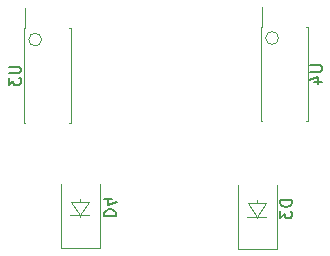
<source format=gbr>
%TF.GenerationSoftware,KiCad,Pcbnew,(5.1.7)-1*%
%TF.CreationDate,2021-02-24T18:30:15+01:00*%
%TF.ProjectId,Temperature-controller-with-ESP8266,54656d70-6572-4617-9475-72652d636f6e,rev?*%
%TF.SameCoordinates,Original*%
%TF.FileFunction,Legend,Bot*%
%TF.FilePolarity,Positive*%
%FSLAX46Y46*%
G04 Gerber Fmt 4.6, Leading zero omitted, Abs format (unit mm)*
G04 Created by KiCad (PCBNEW (5.1.7)-1) date 2021-02-24 18:30:15*
%MOMM*%
%LPD*%
G01*
G04 APERTURE LIST*
%ADD10C,0.120000*%
%ADD11C,0.150000*%
G04 APERTURE END LIST*
D10*
X162082815Y-45466000D02*
G75*
G03*
X162082815Y-45466000I-538815J0D01*
G01*
X142016815Y-45593000D02*
G75*
G03*
X142016815Y-45593000I-538815J0D01*
G01*
X145288000Y-60452000D02*
X145288000Y-60579000D01*
X145288000Y-60452000D02*
X144526000Y-59309000D01*
X146050000Y-60452000D02*
X144399000Y-60452000D01*
X146050000Y-59309000D02*
X145288000Y-60452000D01*
X145288000Y-59309000D02*
X145288000Y-59055000D01*
X144526000Y-59309000D02*
X146050000Y-59309000D01*
X160274000Y-60579000D02*
X160274000Y-60706000D01*
X160274000Y-59436000D02*
X160274000Y-59182000D01*
X161036000Y-59436000D02*
X160274000Y-60579000D01*
X159512000Y-59436000D02*
X161036000Y-59436000D01*
X160274000Y-60579000D02*
X159512000Y-59436000D01*
X161036000Y-60579000D02*
X159385000Y-60579000D01*
%TO.C,U4*%
X160560000Y-52514000D02*
X160710000Y-52514000D01*
X160560000Y-44514000D02*
X160560000Y-52514000D01*
X160710000Y-44514000D02*
X160560000Y-44514000D01*
X164560000Y-44514000D02*
X164410000Y-44514000D01*
X164560000Y-52514000D02*
X164560000Y-44514000D01*
X164410000Y-52514000D02*
X164560000Y-52514000D01*
X160710000Y-44514000D02*
X160710000Y-42814000D01*
%TO.C,D3*%
X161924000Y-63344000D02*
X161924000Y-57944000D01*
X158624000Y-63344000D02*
X158624000Y-57944000D01*
X161924000Y-63344000D02*
X158624000Y-63344000D01*
%TO.C,D4*%
X146938000Y-63217000D02*
X143638000Y-63217000D01*
X143638000Y-63217000D02*
X143638000Y-57817000D01*
X146938000Y-63217000D02*
X146938000Y-57817000D01*
%TO.C,U3*%
X140644000Y-44641000D02*
X140644000Y-42941000D01*
X144344000Y-52641000D02*
X144494000Y-52641000D01*
X144494000Y-52641000D02*
X144494000Y-44641000D01*
X144494000Y-44641000D02*
X144344000Y-44641000D01*
X140644000Y-44641000D02*
X140494000Y-44641000D01*
X140494000Y-44641000D02*
X140494000Y-52641000D01*
X140494000Y-52641000D02*
X140644000Y-52641000D01*
%TD*%
%TO.C,U4*%
D11*
X164755580Y-47752095D02*
X165565104Y-47752095D01*
X165660342Y-47799714D01*
X165707961Y-47847333D01*
X165755580Y-47942571D01*
X165755580Y-48133047D01*
X165707961Y-48228285D01*
X165660342Y-48275904D01*
X165565104Y-48323523D01*
X164755580Y-48323523D01*
X165088914Y-49228285D02*
X165755580Y-49228285D01*
X164707961Y-48990190D02*
X165422247Y-48752095D01*
X165422247Y-49371142D01*
%TO.C,D3*%
X163226380Y-59205904D02*
X162226380Y-59205904D01*
X162226380Y-59444000D01*
X162274000Y-59586857D01*
X162369238Y-59682095D01*
X162464476Y-59729714D01*
X162654952Y-59777333D01*
X162797809Y-59777333D01*
X162988285Y-59729714D01*
X163083523Y-59682095D01*
X163178761Y-59586857D01*
X163226380Y-59444000D01*
X163226380Y-59205904D01*
X162226380Y-60110666D02*
X162226380Y-60729714D01*
X162607333Y-60396380D01*
X162607333Y-60539238D01*
X162654952Y-60634476D01*
X162702571Y-60682095D01*
X162797809Y-60729714D01*
X163035904Y-60729714D01*
X163131142Y-60682095D01*
X163178761Y-60634476D01*
X163226380Y-60539238D01*
X163226380Y-60253523D01*
X163178761Y-60158285D01*
X163131142Y-60110666D01*
%TO.C,D4*%
X147335619Y-60555095D02*
X148335619Y-60555095D01*
X148335619Y-60317000D01*
X148288000Y-60174142D01*
X148192761Y-60078904D01*
X148097523Y-60031285D01*
X147907047Y-59983666D01*
X147764190Y-59983666D01*
X147573714Y-60031285D01*
X147478476Y-60078904D01*
X147383238Y-60174142D01*
X147335619Y-60317000D01*
X147335619Y-60555095D01*
X148002285Y-59126523D02*
X147335619Y-59126523D01*
X148383238Y-59364619D02*
X147668952Y-59602714D01*
X147668952Y-58983666D01*
%TO.C,U3*%
X139246380Y-47879095D02*
X140055904Y-47879095D01*
X140151142Y-47926714D01*
X140198761Y-47974333D01*
X140246380Y-48069571D01*
X140246380Y-48260047D01*
X140198761Y-48355285D01*
X140151142Y-48402904D01*
X140055904Y-48450523D01*
X139246380Y-48450523D01*
X139246380Y-48831476D02*
X139246380Y-49450523D01*
X139627333Y-49117190D01*
X139627333Y-49260047D01*
X139674952Y-49355285D01*
X139722571Y-49402904D01*
X139817809Y-49450523D01*
X140055904Y-49450523D01*
X140151142Y-49402904D01*
X140198761Y-49355285D01*
X140246380Y-49260047D01*
X140246380Y-48974333D01*
X140198761Y-48879095D01*
X140151142Y-48831476D01*
%TD*%
M02*

</source>
